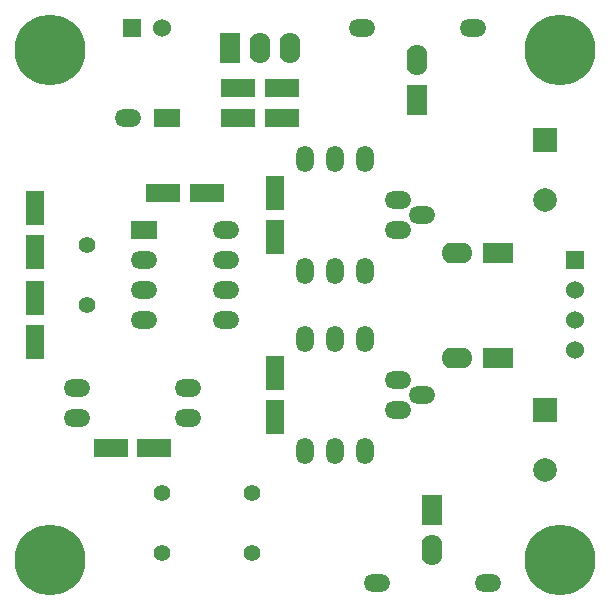
<source format=gts>
G04 (created by PCBNEW (2013-07-07 BZR 4022)-stable) date 5/22/2015 10:04:36 PM*
%MOIN*%
G04 Gerber Fmt 3.4, Leading zero omitted, Abs format*
%FSLAX34Y34*%
G01*
G70*
G90*
G04 APERTURE LIST*
%ADD10C,0.00590551*%
%ADD11O,0.0885X0.059*%
%ADD12R,0.069X0.1035*%
%ADD13O,0.069X0.1035*%
%ADD14C,0.055*%
%ADD15O,0.059X0.0885*%
%ADD16R,0.06X0.06*%
%ADD17C,0.06*%
%ADD18C,0.056*%
%ADD19R,0.0885X0.059*%
%ADD20R,0.059X0.114*%
%ADD21R,0.114X0.059*%
%ADD22C,0.23622*%
%ADD23R,0.1035X0.069*%
%ADD24O,0.1035X0.069*%
%ADD25R,0.079X0.079*%
%ADD26C,0.079*%
G04 APERTURE END LIST*
G54D10*
G54D11*
X82102Y-63250D03*
X82897Y-63750D03*
X82102Y-64250D03*
X82102Y-57250D03*
X82897Y-57750D03*
X82102Y-58250D03*
G54D12*
X76500Y-52172D03*
G54D13*
X77500Y-52172D03*
X78500Y-52172D03*
G54D14*
X74250Y-69000D03*
X74250Y-67000D03*
X77250Y-69000D03*
X77250Y-67000D03*
G54D15*
X80000Y-61897D03*
X80000Y-65602D03*
G54D11*
X71397Y-64500D03*
X75102Y-64500D03*
X75102Y-63500D03*
X71397Y-63500D03*
X81397Y-70000D03*
X85102Y-70000D03*
G54D15*
X81000Y-65602D03*
X81000Y-61897D03*
X79000Y-65602D03*
X79000Y-61897D03*
X81000Y-59602D03*
X81000Y-55897D03*
X80000Y-59602D03*
X80000Y-55897D03*
X79000Y-55897D03*
X79000Y-59602D03*
G54D11*
X80897Y-51500D03*
X84602Y-51500D03*
G54D16*
X88000Y-59250D03*
G54D17*
X88000Y-60250D03*
X88000Y-61250D03*
X88000Y-62250D03*
G54D16*
X73250Y-51500D03*
G54D17*
X74250Y-51500D03*
G54D18*
X71750Y-58750D03*
X71750Y-60750D03*
G54D19*
X74397Y-54500D03*
G54D11*
X73102Y-54500D03*
G54D19*
X73647Y-58250D03*
G54D11*
X73647Y-59250D03*
X73647Y-60250D03*
X73647Y-61250D03*
X76352Y-61250D03*
X76352Y-60250D03*
X76352Y-58250D03*
X76352Y-59250D03*
G54D20*
X78000Y-64475D03*
X78000Y-63025D03*
G54D21*
X75725Y-57000D03*
X74275Y-57000D03*
X76775Y-54500D03*
X78225Y-54500D03*
X73975Y-65500D03*
X72525Y-65500D03*
G54D20*
X70000Y-58975D03*
X70000Y-57525D03*
X70000Y-60525D03*
X70000Y-61975D03*
X78000Y-57025D03*
X78000Y-58475D03*
G54D21*
X78225Y-53500D03*
X76775Y-53500D03*
G54D22*
X87500Y-69250D03*
X70500Y-69250D03*
X70500Y-52250D03*
X87500Y-52250D03*
G54D12*
X82750Y-53922D03*
G54D13*
X82750Y-52577D03*
G54D23*
X85422Y-59000D03*
G54D24*
X84077Y-59000D03*
G54D23*
X85422Y-62500D03*
G54D24*
X84077Y-62500D03*
G54D12*
X83250Y-67577D03*
G54D13*
X83250Y-68922D03*
G54D25*
X87000Y-55250D03*
G54D26*
X87000Y-57250D03*
G54D25*
X87000Y-64250D03*
G54D26*
X87000Y-66250D03*
M02*

</source>
